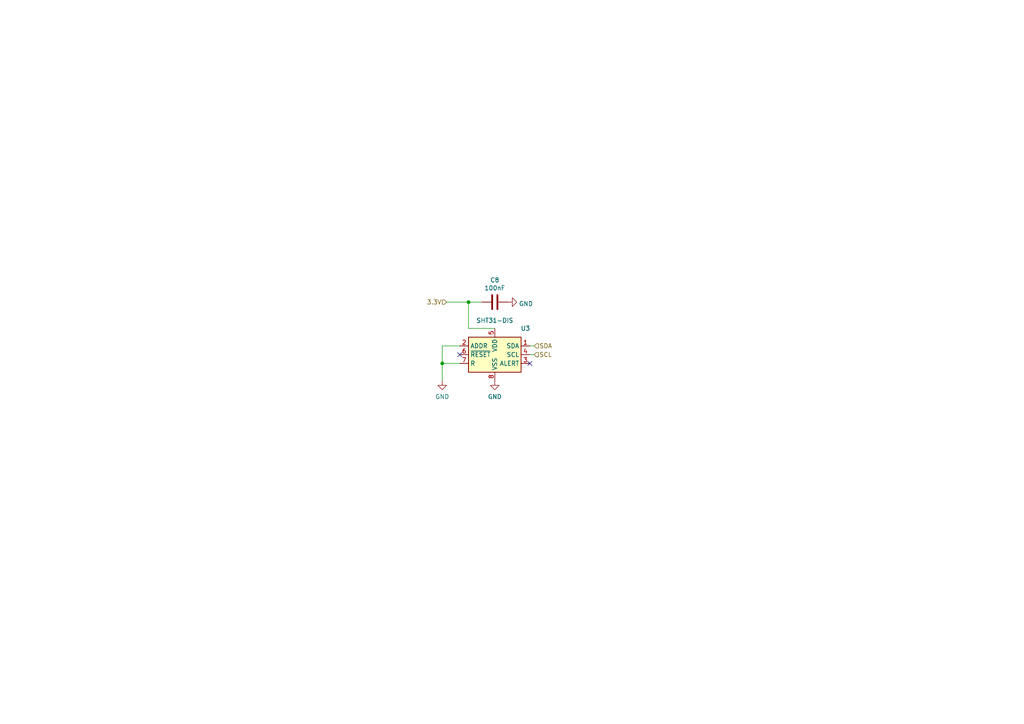
<source format=kicad_sch>
(kicad_sch (version 20210621) (generator eeschema)
  (paper "A4")
  (title_block (title "Wederian") (date "2021-10-24") (rev "0.2.0") (comment 1 "Mark Raynsford") (comment 2 "https://www.github.com/io7m/wederian"))
  (lib_symbols
    (symbol "Device:C" (pin_numbers hide) (pin_names (offset 0.254))
      (property "Reference" "C" (at 0.635 2.54 0))
      (property "Value" "C" (at 0.635 -2.54 0))
      (symbol "C_0_1"
        (polyline (pts (xy -2.032 -0.762) (xy 2.032 -0.762)) (stroke (width 0.508)))
        (polyline (pts (xy -2.032 0.762) (xy 2.032 0.762)) (stroke (width 0.508)))
      )
      (symbol "C_1_1"
        (pin passive line (at 0 3.81 270) (length 2.794) (name "~") (number "1"))
        (pin passive line (at 0 -3.81 90) (length 2.794) (name "~") (number "2"))
      )
    )
    (symbol "Sensor_Humidity:SHT31-DIS"
      (property "Reference" "U" (at -6.35 6.35 0))
      (property "Value" "SHT31-DIS" (at 6.35 6.35 0))
      (symbol "SHT31-DIS_0_1"
        (rectangle (start -7.62 5.08) (end 7.62 -5.08) (stroke (width 0.254)) (fill (type background)))
      )
      (symbol "SHT31-DIS_1_1"
        (pin bidirectional line (at 10.16 2.54 180) (length 2.54) (name "SDA") (number "1"))
        (pin input line (at -10.16 2.54 0) (length 2.54) (name "ADDR") (number "2"))
        (pin output line (at 10.16 -2.54 180) (length 2.54) (name "ALERT") (number "3"))
        (pin input line (at 10.16 0 180) (length 2.54) (name "SCL") (number "4"))
        (pin power_in line (at 0 7.62 270) (length 2.54) (name "VDD") (number "5"))
        (pin input line (at -10.16 0 0) (length 2.54) (name "~{RESET}") (number "6"))
        (pin passive line (at -10.16 -2.54 0) (length 2.54) (name "R") (number "7"))
        (pin power_in line (at 0 -7.62 90) (length 2.54) (name "VSS") (number "8"))
        (pin passive line (at 0 -7.62 90) (length 2.54) hide (name "VSS") (number "9"))
      )
    )
    (symbol "power:GND" (power) (pin_names (offset 0))
      (property "Value" "GND" (at 0 -3.81 0))
      (symbol "GND_0_1"
        (polyline (pts (xy 0 0) (xy 0 -1.27) (xy 1.27 -1.27) (xy 0 -2.54) (xy -1.27 -1.27) (xy 0 -1.27)))
      )
      (symbol "GND_1_1"
        (pin power_in line (at 0 0 270) (length 0) hide (name "GND") (number "1"))
      )
    )
  )
  (junction (at 128.27 105.41))
  (junction (at 135.89 87.63))
  (no_connect (at 133.35 102.87))
  (no_connect (at 153.67 105.41))
  (wire (pts (xy 128.27 100.33) (xy 128.27 105.41)))
  (wire (pts (xy 128.27 105.41) (xy 128.27 110.49)))
  (wire (pts (xy 129.54 87.63) (xy 135.89 87.63)))
  (wire (pts (xy 133.35 100.33) (xy 128.27 100.33)))
  (wire (pts (xy 133.35 105.41) (xy 128.27 105.41)))
  (wire (pts (xy 135.89 87.63) (xy 135.89 95.25)))
  (wire (pts (xy 135.89 87.63) (xy 139.7 87.63)))
  (wire (pts (xy 135.89 95.25) (xy 143.51 95.25)))
  (wire (pts (xy 153.67 100.33) (xy 154.94 100.33)))
  (wire (pts (xy 153.67 102.87) (xy 154.94 102.87)))
  (hierarchical_label "3.3V" (shape input) (at 129.54 87.63 180))
  (hierarchical_label "SDA" (shape input) (at 154.94 100.33 0))
  (hierarchical_label "SCL" (shape input) (at 154.94 102.87 0))
  (symbol (lib_id "power:GND") (at 128.27 110.49 0) (unit 1)
    (property "Reference" "#PWR0110" (effects hide))
    (property "Value" "GND" (at 128.27 115.0524 0))
  )
  (symbol (lib_id "power:GND") (at 143.51 110.49 0) (unit 1)
    (property "Reference" "#PWR0109" (effects hide))
    (property "Value" "GND" (at 143.51 115.0524 0))
  )
  (symbol (lib_id "power:GND") (at 147.32 87.63 90) (unit 1)
    (property "Reference" "#PWR0111" (effects hide))
    (property "Value" "GND" (at 150.495 88.109 90) (effects (justify right)))
  )
  (symbol (lib_id "Device:C") (at 143.51 87.63 90) (unit 1)
    (property "Reference" "C8" (at 143.51 81.2292 90))
    (property "Value" "100nF" (at 143.51 83.5406 90))
    (property "Footprint" "Capacitor_SMD:C_0603_1608Metric" (effects hide))
  )
  (symbol (lib_id "Sensor_Humidity:SHT31-DIS") (at 143.51 102.87 0) (unit 1)
    (property "Reference" "U3" (at 152.4 95.25 0))
    (property "Value" "SHT31-DIS" (at 143.51 92.964 0))
    (property "Footprint" "Sensor_Humidity:Sensirion_DFN-8-1EP_2.5x2.5mm_P0.5mm_EP1.1x1.7mm" (effects hide))
    (property "Datasheet" "https://www.sensirion.com/fileadmin/user_upload/customers/sensirion/Dokumente/2_Humidity_Sensors/Datasheets/Sensirion_Humidity_Sensors_SHT3x_Datasheet_digital.pdf" (effects hide))
  )
)
</source>
